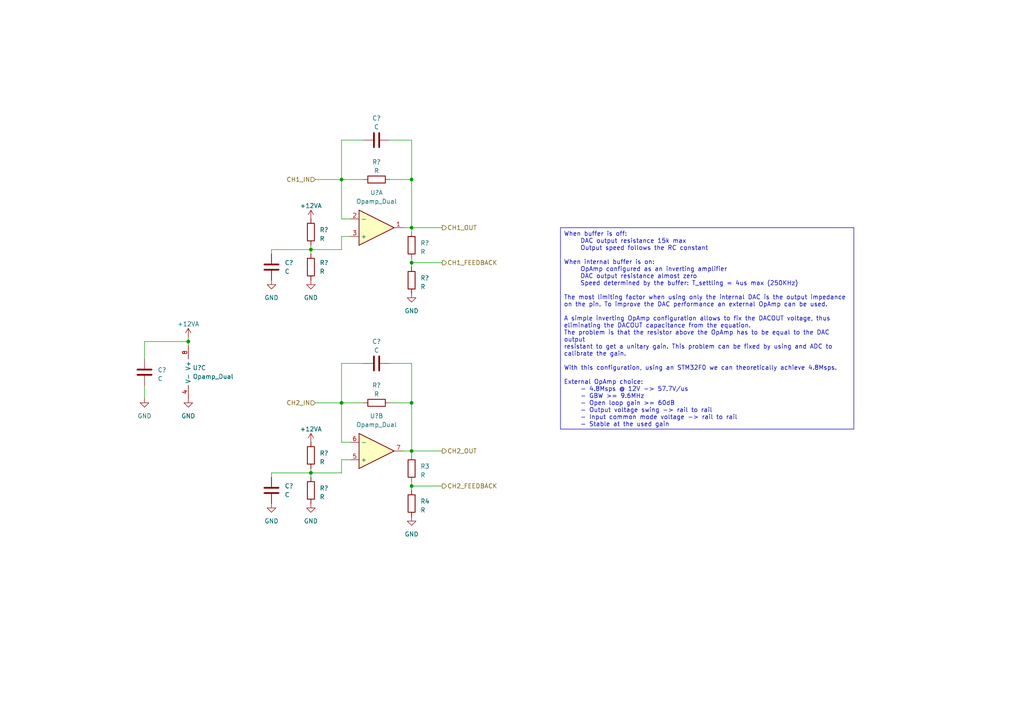
<source format=kicad_sch>
(kicad_sch (version 20221206) (generator eeschema)
  (paper "A4")
  (title_block (title "Output Stage"))
  (lib_symbols
    (symbol "Device:C" (pin_numbers hide) (pin_names (offset 0.254))
      (property "Reference" "C" (at 0.635 2.54 0))
      (property "Value" "C" (at 0.635 -2.54 0))
      (symbol "C_0_1"
        (polyline (pts (xy -2.032 -0.762) (xy 2.032 -0.762)) (stroke (width 0.508)))
        (polyline (pts (xy -2.032 0.762) (xy 2.032 0.762)) (stroke (width 0.508)))
      )
      (symbol "C_1_1"
        (pin passive line (at 0 3.81 270) (length 2.794) (name "~") (number "1"))
        (pin passive line (at 0 -3.81 90) (length 2.794) (name "~") (number "2"))
      )
    )
    (symbol "Device:Opamp_Dual"
      (property "Reference" "U" (at 0 5.08 0))
      (property "Value" "Opamp_Dual" (at 0 -5.08 0))
      (symbol "Opamp_Dual_1_1"
        (polyline (pts (xy -5.08 5.08) (xy 5.08 0) (xy -5.08 -5.08) (xy -5.08 5.08)) (stroke (width 0.254)) (fill (type background)))
        (pin output line (at 7.62 0 180) (length 2.54) (name "~") (number "1"))
        (pin input line (at -7.62 -2.54 0) (length 2.54) (name "-") (number "2"))
        (pin input line (at -7.62 2.54 0) (length 2.54) (name "+") (number "3"))
      )
      (symbol "Opamp_Dual_2_1"
        (polyline (pts (xy -5.08 5.08) (xy 5.08 0) (xy -5.08 -5.08) (xy -5.08 5.08)) (stroke (width 0.254)) (fill (type background)))
        (pin input line (at -7.62 2.54 0) (length 2.54) (name "+") (number "5"))
        (pin input line (at -7.62 -2.54 0) (length 2.54) (name "-") (number "6"))
        (pin output line (at 7.62 0 180) (length 2.54) (name "~") (number "7"))
      )
      (symbol "Opamp_Dual_3_1"
        (pin power_in line (at -2.54 -7.62 90) (length 3.81) (name "V-") (number "4"))
        (pin power_in line (at -2.54 7.62 270) (length 3.81) (name "V+") (number "8"))
      )
    )
    (symbol "Device:R" (pin_numbers hide) (pin_names (offset 0))
      (property "Reference" "R" (at 2.032 0 90))
      (property "Value" "R" (at 0 0 90))
      (symbol "R_0_1"
        (rectangle (start -1.016 -2.54) (end 1.016 2.54) (stroke (width 0.254)))
      )
      (symbol "R_1_1"
        (pin passive line (at 0 3.81 270) (length 1.27) (name "~") (number "1"))
        (pin passive line (at 0 -3.81 90) (length 1.27) (name "~") (number "2"))
      )
    )
    (symbol "power:+12VA" (power) (pin_names (offset 0))
      (property "Value" "+12VA" (at 0 3.556 0))
      (symbol "+12VA_0_1"
        (polyline (pts (xy -0.762 1.27) (xy 0 2.54)))
        (polyline (pts (xy 0 0) (xy 0 2.54)))
        (polyline (pts (xy 0 2.54) (xy 0.762 1.27)))
      )
      (symbol "+12VA_1_1"
        (pin power_in line (at 0 0 90) (length 0) hide (name "+12VA") (number "1"))
      )
    )
    (symbol "power:GND" (power) (pin_names (offset 0))
      (property "Value" "GND" (at 0 -3.81 0))
      (symbol "GND_0_1"
        (polyline (pts (xy 0 0) (xy 0 -1.27) (xy 1.27 -1.27) (xy 0 -2.54) (xy -1.27 -1.27) (xy 0 -1.27)))
      )
      (symbol "GND_1_1"
        (pin power_in line (at 0 0 270) (length 0) hide (name "GND") (number "1"))
      )
    )
  )
  (junction (at 90.17 72.39))
  (junction (at 119.38 116.84))
  (junction (at 119.38 52.07))
  (junction (at 119.38 130.81))
  (junction (at 54.61 99.06))
  (junction (at 90.17 137.16))
  (junction (at 119.38 140.97))
  (junction (at 119.38 66.04))
  (junction (at 99.06 52.07))
  (junction (at 99.06 116.84))
  (junction (at 119.38 76.2))
  (wire (pts (xy 41.91 104.14) (xy 41.91 99.06)))
  (wire (pts (xy 119.38 76.2) (xy 119.38 77.47)))
  (wire (pts (xy 105.41 116.84) (xy 99.06 116.84)))
  (wire (pts (xy 99.06 63.5) (xy 101.6 63.5)))
  (wire (pts (xy 116.84 130.81) (xy 119.38 130.81)))
  (wire (pts (xy 90.17 72.39) (xy 90.17 73.66)))
  (wire (pts (xy 119.38 139.7) (xy 119.38 140.97)))
  (wire (pts (xy 113.03 105.41) (xy 119.38 105.41)))
  (wire (pts (xy 78.74 137.16) (xy 90.17 137.16)))
  (wire (pts (xy 113.03 52.07) (xy 119.38 52.07)))
  (wire (pts (xy 99.06 128.27) (xy 101.6 128.27)))
  (wire (pts (xy 128.27 76.2) (xy 119.38 76.2)))
  (wire (pts (xy 119.38 52.07) (xy 119.38 66.04)))
  (wire (pts (xy 119.38 40.64) (xy 119.38 52.07)))
  (wire (pts (xy 99.06 68.58) (xy 99.06 72.39)))
  (wire (pts (xy 41.91 99.06) (xy 54.61 99.06)))
  (wire (pts (xy 90.17 137.16) (xy 90.17 138.43)))
  (wire (pts (xy 105.41 40.64) (xy 99.06 40.64)))
  (wire (pts (xy 113.03 40.64) (xy 119.38 40.64)))
  (wire (pts (xy 99.06 40.64) (xy 99.06 52.07)))
  (wire (pts (xy 119.38 105.41) (xy 119.38 116.84)))
  (wire (pts (xy 119.38 66.04) (xy 128.27 66.04)))
  (wire (pts (xy 90.17 135.89) (xy 90.17 137.16)))
  (wire (pts (xy 41.91 111.76) (xy 41.91 115.57)))
  (wire (pts (xy 113.03 116.84) (xy 119.38 116.84)))
  (wire (pts (xy 99.06 52.07) (xy 99.06 63.5)))
  (wire (pts (xy 105.41 52.07) (xy 99.06 52.07)))
  (wire (pts (xy 99.06 137.16) (xy 90.17 137.16)))
  (wire (pts (xy 119.38 130.81) (xy 119.38 132.08)))
  (wire (pts (xy 91.44 116.84) (xy 99.06 116.84)))
  (wire (pts (xy 119.38 74.93) (xy 119.38 76.2)))
  (wire (pts (xy 78.74 73.66) (xy 78.74 72.39)))
  (wire (pts (xy 116.84 66.04) (xy 119.38 66.04)))
  (wire (pts (xy 119.38 130.81) (xy 128.27 130.81)))
  (wire (pts (xy 90.17 71.12) (xy 90.17 72.39)))
  (wire (pts (xy 78.74 138.43) (xy 78.74 137.16)))
  (wire (pts (xy 54.61 97.79) (xy 54.61 99.06)))
  (wire (pts (xy 54.61 99.06) (xy 54.61 100.33)))
  (wire (pts (xy 91.44 52.07) (xy 99.06 52.07)))
  (wire (pts (xy 99.06 133.35) (xy 99.06 137.16)))
  (wire (pts (xy 119.38 116.84) (xy 119.38 130.81)))
  (wire (pts (xy 128.27 140.97) (xy 119.38 140.97)))
  (wire (pts (xy 78.74 72.39) (xy 90.17 72.39)))
  (wire (pts (xy 99.06 105.41) (xy 99.06 116.84)))
  (wire (pts (xy 119.38 140.97) (xy 119.38 142.24)))
  (wire (pts (xy 105.41 105.41) (xy 99.06 105.41)))
  (wire (pts (xy 99.06 116.84) (xy 99.06 128.27)))
  (wire (pts (xy 119.38 67.31) (xy 119.38 66.04)))
  (wire (pts (xy 99.06 68.58) (xy 101.6 68.58)))
  (wire (pts (xy 99.06 72.39) (xy 90.17 72.39)))
  (wire (pts (xy 99.06 133.35) (xy 101.6 133.35)))
  (text_box "When buffer is off:\n	DAC output resistance 15k max\n	Output speed follows the RC constant\n\nWhen internal buffer is on:\n	OpAmp configured as an inverting amplifier\n	DAC output resistance almost zero\n	Speed determined by the buffer: T_settling = 4us max (250KHz)\n\nThe most limiting factor when using only the internal DAC is the output impedance\non the pin. To improve the DAC performance an external OpAmp can be used.\n\nA simple inverting OpAmp configuration allows to fix the DACOUT voltage, thus\neliminating the DACOUT capacitance from the equation.\nThe problem is that the resistor above the OpAmp has to be equal to the DAC output\nresistant to get a unitary gain. This problem can be fixed by using and ADC to\ncalibrate the gain.\n\nWith this configuration, using an STM32F0 we can theoretically achieve 4.8Msps.\n\nExternal OpAmp choice:\n	- 4.8Msps @ 12V -> 57.7V/us\n	- GBW >= 9.6MHz\n	- Open loop gain >= 60dB\n	- Output voltage swing -> rail to rail\n	- Input common mode voltage -> rail to rail\n	- Stable at the used gain\n" (at 162.56 66.04 0) (size 85.09 58.42) (effects (font (size 1.27 1.27)) (justify left top)))
  (hierarchical_label "CH1_OUT" (shape output) (at 128.27 66.04 0))
  (hierarchical_label "CH2_IN" (shape input) (at 91.44 116.84 180))
  (hierarchical_label "CH2_OUT" (shape output) (at 128.27 130.81 0))
  (hierarchical_label "CH2_FEEDBACK" (shape output) (at 128.27 140.97 0))
  (hierarchical_label "CH1_FEEDBACK" (shape output) (at 128.27 76.2 0))
  (hierarchical_label "CH1_IN" (shape input) (at 91.44 52.07 180))
  (symbol (lib_id "Device:Opamp_Dual") (at 109.22 66.04 0) (mirror x) (unit 1)
    (property "Reference" "U?" (at 109.22 55.88 0))
    (property "Value" "Opamp_Dual" (at 109.22 58.42 0))
    (property "Footprint" "Package_SO:SOIC-8_3.9x4.9mm_P1.27mm" (effects hide))
    (instances (project "Signal Generator" (path "" (reference "U?") (unit 1)) (path "" (reference "U2") (unit 1))))
  )
  (symbol (lib_id "Device:C") (at 109.22 40.64 270) (unit 1)
    (property "Reference" "C?" (at 109.22 34.29 90))
    (property "Value" "C" (at 109.22 36.83 90))
    (property "Footprint" "Capacitor_SMD:C_0603_1608Metric" (effects hide))
    (instances (project "Signal Generator" (path "" (reference "C?") (unit 1)) (path "" (reference "C7") (unit 1))))
  )
  (symbol (lib_id "power:+12VA") (at 54.61 97.79 0) (unit 1)
    (property "Reference" "#PWR02" (effects hide))
    (property "Value" "+12VA" (at 54.61 93.98 0))
    (instances (project "Signal Generator" (path "" (reference "#PWR02") (unit 1)) (path "" (reference "#PWR0117") (unit 1))))
  )
  (symbol (lib_id "power:GND") (at 78.74 81.28 0) (unit 1)
    (property "Reference" "#PWR01" (effects hide))
    (property "Value" "GND" (at 78.74 86.36 0))
    (instances (project "Signal Generator" (path "" (reference "#PWR01") (unit 1)) (path "" (reference "#PWR0118") (unit 1))))
  )
  (symbol (lib_id "Device:R") (at 119.38 71.12 0) (unit 1)
    (property "Reference" "R?" (at 121.92 70.485 0) (effects (justify left)))
    (property "Value" "R" (at 121.92 73.025 0) (effects (justify left)))
    (property "Footprint" "Resistor_SMD:R_0603_1608Metric" (effects hide))
    (instances (project "Signal Generator" (path "" (reference "R?") (unit 1)) (path "" (reference "R13") (unit 1))))
  )
  (symbol (lib_id "Device:R") (at 90.17 142.24 180) (unit 1)
    (property "Reference" "R?" (at 92.71 141.605 0) (effects (justify right)))
    (property "Value" "R" (at 92.71 144.145 0) (effects (justify right)))
    (property "Footprint" "Resistor_SMD:R_0603_1608Metric" (effects hide))
    (instances (project "Signal Generator" (path "" (reference "R?") (unit 1)) (path "" (reference "R10") (unit 1))))
  )
  (symbol (lib_id "Device:Opamp_Dual") (at 109.22 130.81 0) (mirror x) (unit 2)
    (property "Reference" "U?" (at 109.22 120.65 0))
    (property "Value" "Opamp_Dual" (at 109.22 123.19 0))
    (property "Footprint" "Package_SO:SOIC-8_3.9x4.9mm_P1.27mm" (effects hide))
    (instances (project "Signal Generator" (path "" (reference "U?") (unit 2)) (path "" (reference "U2") (unit 2))))
  )
  (symbol (lib_id "Device:R") (at 119.38 81.28 0) (unit 1)
    (property "Reference" "R?" (at 121.92 80.645 0) (effects (justify left)))
    (property "Value" "R" (at 121.92 83.185 0) (effects (justify left)))
    (property "Footprint" "Resistor_SMD:R_0603_1608Metric" (effects hide))
    (instances (project "Signal Generator" (path "" (reference "R?") (unit 1)) (path "" (reference "R14") (unit 1))))
  )
  (symbol (lib_id "power:GND") (at 90.17 146.05 0) (unit 1)
    (property "Reference" "#PWR?" (effects hide))
    (property "Value" "GND" (at 90.17 151.13 0))
    (instances (project "Signal Generator" (path "" (reference "#PWR?") (unit 1)) (path "" (reference "#PWR0114") (unit 1))))
  )
  (symbol (lib_id "Device:C") (at 41.91 107.95 0) (unit 1)
    (property "Reference" "C?" (at 45.72 107.315 0) (effects (justify left)))
    (property "Value" "C" (at 45.72 109.855 0) (effects (justify left)))
    (property "Footprint" "Capacitor_SMD:C_0603_1608Metric" (effects hide))
    (instances (project "Signal Generator" (path "" (reference "C?") (unit 1)) (path "" (reference "C4") (unit 1))))
  )
  (symbol (lib_id "Device:R") (at 90.17 132.08 180) (unit 1)
    (property "Reference" "R?" (at 92.71 131.445 0) (effects (justify right)))
    (property "Value" "R" (at 92.71 133.985 0) (effects (justify right)))
    (property "Footprint" "Resistor_SMD:R_0603_1608Metric" (effects hide))
    (instances (project "Signal Generator" (path "" (reference "R?") (unit 1)) (path "" (reference "R9") (unit 1))))
  )
  (symbol (lib_id "Device:R") (at 90.17 67.31 180) (unit 1)
    (property "Reference" "R?" (at 92.71 66.675 0) (effects (justify right)))
    (property "Value" "R" (at 92.71 69.215 0) (effects (justify right)))
    (property "Footprint" "Resistor_SMD:R_0603_1608Metric" (effects hide))
    (instances (project "Signal Generator" (path "" (reference "R?") (unit 1)) (path "" (reference "R7") (unit 1))))
  )
  (symbol (lib_id "power:+12VA") (at 90.17 128.27 0) (unit 1)
    (property "Reference" "#PWR08" (effects hide))
    (property "Value" "+12VA" (at 90.17 124.46 0))
    (instances (project "Signal Generator" (path "" (reference "#PWR08") (unit 1)) (path "" (reference "#PWR0120") (unit 1))))
  )
  (symbol (lib_id "Device:R") (at 109.22 52.07 90) (unit 1)
    (property "Reference" "R?" (at 109.22 46.99 90))
    (property "Value" "R" (at 109.22 49.53 90))
    (property "Footprint" "Resistor_SMD:R_0603_1608Metric" (effects hide))
    (instances (project "Signal Generator" (path "" (reference "R?") (unit 1)) (path "" (reference "R11") (unit 1))))
  )
  (symbol (lib_id "Device:C") (at 109.22 105.41 90) (unit 1)
    (property "Reference" "C?" (at 109.22 99.06 90))
    (property "Value" "C" (at 109.22 101.6 90))
    (property "Footprint" "Capacitor_SMD:C_0603_1608Metric" (effects hide))
    (instances (project "Signal Generator" (path "" (reference "C?") (unit 1)) (path "" (reference "C8") (unit 1))))
  )
  (symbol (lib_id "power:GND") (at 90.17 81.28 0) (unit 1)
    (property "Reference" "#PWR?" (effects hide))
    (property "Value" "GND" (at 90.17 86.36 0))
    (instances (project "Signal Generator" (path "" (reference "#PWR?") (unit 1)) (path "" (reference "#PWR0119") (unit 1))))
  )
  (symbol (lib_id "power:GND") (at 78.74 146.05 0) (unit 1)
    (property "Reference" "#PWR07" (effects hide))
    (property "Value" "GND" (at 78.74 151.13 0))
    (instances (project "Signal Generator" (path "" (reference "#PWR07") (unit 1)) (path "" (reference "#PWR0113") (unit 1))))
  )
  (symbol (lib_id "Device:C") (at 78.74 77.47 0) (unit 1)
    (property "Reference" "C?" (at 82.55 76.2 0) (effects (justify left)))
    (property "Value" "C" (at 82.55 78.74 0) (effects (justify left)))
    (property "Footprint" "Capacitor_SMD:C_0603_1608Metric" (effects hide))
    (instances (project "Signal Generator" (path "" (reference "C?") (unit 1)) (path "" (reference "C5") (unit 1))))
  )
  (symbol (lib_id "Device:R") (at 90.17 77.47 180) (unit 1)
    (property "Reference" "R?" (at 92.71 76.2 0) (effects (justify right)))
    (property "Value" "R" (at 92.71 78.7399 0) (effects (justify right)))
    (property "Footprint" "Resistor_SMD:R_0603_1608Metric" (effects hide))
    (instances (project "Signal Generator" (path "" (reference "R?") (unit 1)) (path "" (reference "R8") (unit 1))))
  )
  (symbol (lib_id "power:+12VA") (at 90.17 63.5 0) (unit 1)
    (property "Reference" "#PWR04" (effects hide))
    (property "Value" "+12VA" (at 90.17 59.69 0))
    (instances (project "Signal Generator" (path "" (reference "#PWR04") (unit 1)) (path "" (reference "#PWR0112") (unit 1))))
  )
  (symbol (lib_id "Device:R") (at 109.22 116.84 90) (unit 1)
    (property "Reference" "R?" (at 109.22 111.76 90))
    (property "Value" "R" (at 109.22 114.3 90))
    (property "Footprint" "Resistor_SMD:R_0603_1608Metric" (effects hide))
    (instances (project "Signal Generator" (path "" (reference "R?") (unit 1)) (path "" (reference "R12") (unit 1))))
  )
  (symbol (lib_id "Device:C") (at 78.74 142.24 0) (unit 1)
    (property "Reference" "C?" (at 82.55 140.97 0) (effects (justify left)))
    (property "Value" "C" (at 82.55 143.51 0) (effects (justify left)))
    (property "Footprint" "Capacitor_SMD:C_0603_1608Metric" (effects hide))
    (instances (project "Signal Generator" (path "" (reference "C?") (unit 1)) (path "" (reference "C6") (unit 1))))
  )
  (symbol (lib_id "Device:R") (at 119.38 135.89 0) (unit 1)
    (property "Reference" "R3" (at 121.92 135.255 0) (effects (justify left)))
    (property "Value" "R" (at 121.92 137.795 0) (effects (justify left)))
    (property "Footprint" "Resistor_SMD:R_0603_1608Metric" (effects hide))
    (instances (project "Signal Generator" (path "" (reference "R3") (unit 1)) (path "" (reference "R15") (unit 1))))
  )
  (symbol (lib_id "power:GND") (at 41.91 115.57 0) (unit 1)
    (property "Reference" "#PWR03" (effects hide))
    (property "Value" "GND" (at 41.91 120.65 0))
    (instances (project "Signal Generator" (path "" (reference "#PWR03") (unit 1)) (path "" (reference "#PWR0115") (unit 1))))
  )
  (symbol (lib_id "Device:R") (at 119.38 146.05 0) (unit 1)
    (property "Reference" "R4" (at 121.92 145.415 0) (effects (justify left)))
    (property "Value" "R" (at 121.92 147.955 0) (effects (justify left)))
    (property "Footprint" "Resistor_SMD:R_0603_1608Metric" (effects hide))
    (instances (project "Signal Generator" (path "" (reference "R4") (unit 1)) (path "" (reference "R16") (unit 1))))
  )
  (symbol (lib_id "power:GND") (at 119.38 85.09 0) (unit 1)
    (property "Reference" "#PWR05" (effects hide))
    (property "Value" "GND" (at 119.38 90.17 0))
    (instances (project "Signal Generator" (path "" (reference "#PWR05") (unit 1)) (path "" (reference "#PWR0111") (unit 1))))
  )
  (symbol (lib_id "power:GND") (at 54.61 115.57 0) (unit 1)
    (property "Reference" "#PWR?" (effects hide))
    (property "Value" "GND" (at 54.61 120.65 0))
    (instances (project "Signal Generator" (path "" (reference "#PWR?") (unit 1)) (path "" (reference "#PWR0116") (unit 1))))
  )
  (symbol (lib_id "Device:Opamp_Dual") (at 57.15 107.95 0) (unit 3)
    (property "Reference" "U?" (at 55.88 106.6799 0) (effects (justify left)))
    (property "Value" "Opamp_Dual" (at 55.88 109.2199 0) (effects (justify left)))
    (property "Footprint" "Package_SO:SOIC-8_3.9x4.9mm_P1.27mm" (effects hide))
    (instances (project "Signal Generator" (path "" (reference "U?") (unit 3)) (path "" (reference "U2") (unit 3))))
  )
  (symbol (lib_id "power:GND") (at 119.38 149.86 0) (unit 1)
    (property "Reference" "#PWR06" (effects hide))
    (property "Value" "GND" (at 119.38 154.94 0))
    (instances (project "Signal Generator" (path "" (reference "#PWR06") (unit 1)) (path "" (reference "#PWR0110") (unit 1))))
  )
)
</source>
